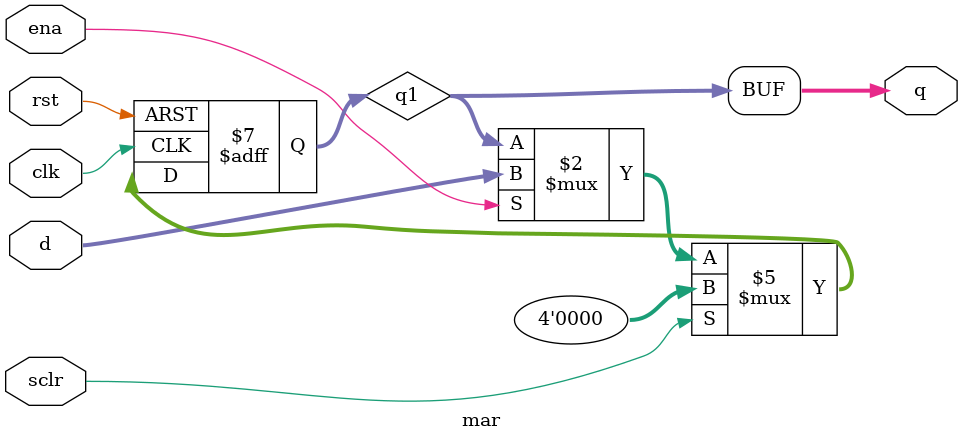
<source format=v>
module mar
	#(	parameter		DATA_WIDTH = 4)
	(	input		wire	clk,
		input		wire	ena,
		input		wire	rst,
		input		wire	sclr,
		input		wire	[DATA_WIDTH-1:0]	d,
		output	wire	[DATA_WIDTH-1:0]	q
	);
	
	reg	[DATA_WIDTH-1:0] q1;
	
	always @(posedge clk, posedge rst) begin
		if (rst) begin
			q1 <= {DATA_WIDTH{1'b0}};
		end else if (sclr) begin
			q1 <= {DATA_WIDTH{1'b0}};
		end else if (ena) begin
			q1 <= d;
		end
	end
	
	assign	q = q1;
	
endmodule
</source>
